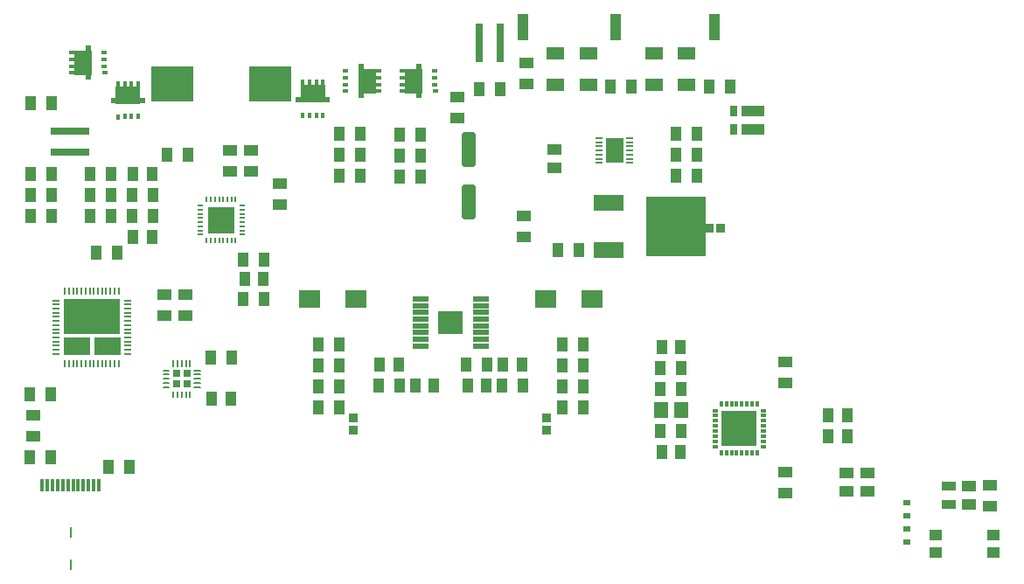
<source format=gtp>
%TF.GenerationSoftware,Altium Limited,CircuitMaker,2.0.2 (2.0.2.40)*%
G04 Layer_Color=7318015*
%FSLAX25Y25*%
%MOIN*%
%TF.SameCoordinates,55457101-24DF-47E6-B24E-7804918367A6*%
%TF.FilePolarity,Positive*%
%TF.FileFunction,Paste,Top*%
%TF.Part,Single*%
G01*
G75*
%TA.AperFunction,SMDPad,CuDef*%
%ADD10R,0.04000X0.05800*%
%ADD11R,0.03937X0.05315*%
G04:AMPARAMS|DCode=12|XSize=59.05mil|YSize=17.72mil|CornerRadius=0.89mil|HoleSize=0mil|Usage=FLASHONLY|Rotation=0.000|XOffset=0mil|YOffset=0mil|HoleType=Round|Shape=RoundedRectangle|*
%AMROUNDEDRECTD12*
21,1,0.05905,0.01595,0,0,0.0*
21,1,0.05728,0.01772,0,0,0.0*
1,1,0.00177,0.02864,-0.00797*
1,1,0.00177,-0.02864,-0.00797*
1,1,0.00177,-0.02864,0.00797*
1,1,0.00177,0.02864,0.00797*
%
%ADD12ROUNDEDRECTD12*%
%ADD13R,0.09685X0.09094*%
%ADD14R,0.07874X0.07087*%
%ADD15R,0.16142X0.13780*%
%ADD16R,0.01968X0.02362*%
%ADD17R,0.06988X0.09646*%
%ADD18R,0.02362X0.01181*%
%ADD19R,0.02362X0.01968*%
%ADD20R,0.09646X0.06988*%
%ADD21R,0.01181X0.02362*%
%ADD22R,0.10236X0.10236*%
%ADD23R,0.02362X0.00886*%
%ADD24R,0.00886X0.02362*%
%ADD25R,0.03937X0.10000*%
%ADD26R,0.06890X0.05118*%
%ADD27R,0.05800X0.04000*%
%ADD28R,0.15000X0.03000*%
G04:AMPARAMS|DCode=29|XSize=132.28mil|YSize=54.33mil|CornerRadius=9.78mil|HoleSize=0mil|Usage=FLASHONLY|Rotation=90.000|XOffset=0mil|YOffset=0mil|HoleType=Round|Shape=RoundedRectangle|*
%AMROUNDEDRECTD29*
21,1,0.13228,0.03477,0,0,90.0*
21,1,0.11272,0.05433,0,0,90.0*
1,1,0.01956,0.01739,0.05636*
1,1,0.01956,0.01739,-0.05636*
1,1,0.01956,-0.01739,-0.05636*
1,1,0.01956,-0.01739,0.05636*
%
%ADD29ROUNDEDRECTD29*%
%ADD30R,0.03000X0.15000*%
%ADD31R,0.05315X0.03937*%
%ADD32R,0.07008X0.09252*%
%ADD33R,0.02756X0.00984*%
%ADD34R,0.22835X0.22835*%
%ADD35R,0.11811X0.06299*%
%ADD36R,0.02362X0.01181*%
%ADD37R,0.13583X0.13583*%
%ADD38R,0.05600X0.03500*%
%ADD39R,0.04724X0.03937*%
%ADD40R,0.03150X0.02362*%
%ADD41R,0.05315X0.06102*%
%ADD42R,0.03543X0.03347*%
%ADD44O,0.03150X0.00787*%
%ADD45O,0.00787X0.03150*%
%ADD46R,0.10039X0.06890*%
%ADD47R,0.00787X0.03150*%
%ADD48R,0.21654X0.13386*%
%TA.AperFunction,ConnectorPad*%
G04:AMPARAMS|DCode=49|XSize=11.81mil|YSize=47.24mil|CornerRadius=0.06mil|HoleSize=0mil|Usage=FLASHONLY|Rotation=0.000|XOffset=0mil|YOffset=0mil|HoleType=Round|Shape=RoundedRectangle|*
%AMROUNDEDRECTD49*
21,1,0.01181,0.04713,0,0,0.0*
21,1,0.01169,0.04724,0,0,0.0*
1,1,0.00012,0.00585,-0.02356*
1,1,0.00012,-0.00585,-0.02356*
1,1,0.00012,-0.00585,0.02356*
1,1,0.00012,0.00585,0.02356*
%
%ADD49ROUNDEDRECTD49*%
%TA.AperFunction,SMDPad,CuDef*%
G04:AMPARAMS|DCode=50|XSize=7.87mil|YSize=39.37mil|CornerRadius=0.04mil|HoleSize=0mil|Usage=FLASHONLY|Rotation=0.000|XOffset=0mil|YOffset=0mil|HoleType=Round|Shape=RoundedRectangle|*
%AMROUNDEDRECTD50*
21,1,0.00787,0.03929,0,0,0.0*
21,1,0.00779,0.03937,0,0,0.0*
1,1,0.00008,0.00390,-0.01965*
1,1,0.00008,-0.00390,-0.01965*
1,1,0.00008,-0.00390,0.01965*
1,1,0.00008,0.00390,0.01965*
%
%ADD50ROUNDEDRECTD50*%
%ADD51R,0.03347X0.03543*%
%ADD52R,0.03000X0.04000*%
%ADD53R,0.09004X0.04000*%
%TA.AperFunction,NonConductor*%
%ADD91C,0.00787*%
%ADD92R,0.02874X0.02874*%
D10*
X279000Y186000D02*
D03*
X271000D02*
D03*
X59000Y136500D02*
D03*
X51000D02*
D03*
X101500Y120000D02*
D03*
X93500D02*
D03*
X101500Y105000D02*
D03*
X93500D02*
D03*
X51000Y144500D02*
D03*
X59000D02*
D03*
X64500Y160000D02*
D03*
X72500D02*
D03*
X12500Y179500D02*
D03*
X20500D02*
D03*
X37500Y122500D02*
D03*
X45500D02*
D03*
X35000Y152500D02*
D03*
X43000D02*
D03*
X35000Y144500D02*
D03*
X43000D02*
D03*
X35000Y136500D02*
D03*
X43000D02*
D03*
X12500Y152500D02*
D03*
X20500D02*
D03*
X12500Y144500D02*
D03*
X20500D02*
D03*
Y136500D02*
D03*
X12500D02*
D03*
X130000Y168000D02*
D03*
X138000D02*
D03*
X161000Y167500D02*
D03*
X153000D02*
D03*
X130000Y160000D02*
D03*
X138000D02*
D03*
X130000Y152000D02*
D03*
X138000D02*
D03*
X161000Y159500D02*
D03*
X153000D02*
D03*
X161000Y151500D02*
D03*
X153000D02*
D03*
X191500Y185000D02*
D03*
X183500D02*
D03*
X241500Y186000D02*
D03*
X233500D02*
D03*
X221500Y123500D02*
D03*
X213500D02*
D03*
X266500Y168000D02*
D03*
X258500D02*
D03*
Y160000D02*
D03*
X266500D02*
D03*
X258500Y152000D02*
D03*
X266500D02*
D03*
X252500Y78500D02*
D03*
X260500D02*
D03*
X252500Y70500D02*
D03*
X260500D02*
D03*
X252500Y54500D02*
D03*
X260500D02*
D03*
X186500Y80000D02*
D03*
X178500D02*
D03*
X223000Y87500D02*
D03*
X215000D02*
D03*
Y79500D02*
D03*
X223000D02*
D03*
X215000Y71500D02*
D03*
X223000D02*
D03*
X215000Y63500D02*
D03*
X223000D02*
D03*
X200000Y72000D02*
D03*
X192000D02*
D03*
X145000D02*
D03*
X153000D02*
D03*
X122000Y87500D02*
D03*
X130000D02*
D03*
X122000Y79500D02*
D03*
X130000D02*
D03*
X122000Y71500D02*
D03*
X130000D02*
D03*
X122000Y63500D02*
D03*
X130000D02*
D03*
X89000Y82500D02*
D03*
X81000D02*
D03*
X42000Y41000D02*
D03*
X50000D02*
D03*
X12000Y68500D02*
D03*
X20000D02*
D03*
Y44500D02*
D03*
X12000D02*
D03*
D11*
X51500Y128500D02*
D03*
X58543D02*
D03*
X101043Y112500D02*
D03*
X93957D02*
D03*
X51457Y152500D02*
D03*
X58543D02*
D03*
X316457Y60500D02*
D03*
X323543D02*
D03*
X316457Y52500D02*
D03*
X323543D02*
D03*
X252957Y86500D02*
D03*
X260043D02*
D03*
X252957Y46500D02*
D03*
X260043D02*
D03*
X192457Y80000D02*
D03*
X199543D02*
D03*
X186043Y72000D02*
D03*
X178957D02*
D03*
X152543Y80000D02*
D03*
X145457D02*
D03*
X158957Y72000D02*
D03*
X166043D02*
D03*
X81457Y67000D02*
D03*
X88543D02*
D03*
D12*
X161083Y104957D02*
D03*
Y102398D02*
D03*
Y99839D02*
D03*
Y97280D02*
D03*
Y94721D02*
D03*
Y92161D02*
D03*
Y89602D02*
D03*
Y87043D02*
D03*
X183917D02*
D03*
Y89602D02*
D03*
Y92161D02*
D03*
Y94721D02*
D03*
Y97280D02*
D03*
Y99839D02*
D03*
Y102398D02*
D03*
Y104957D02*
D03*
D13*
X172500Y96000D02*
D03*
D14*
X118642Y105000D02*
D03*
X136358D02*
D03*
X226358D02*
D03*
X208642D02*
D03*
D15*
X66299Y187000D02*
D03*
X103701D02*
D03*
D16*
X34500Y200512D02*
D03*
Y189488D02*
D03*
X138500Y182488D02*
D03*
Y193512D02*
D03*
X160500Y182488D02*
D03*
Y193512D02*
D03*
D17*
X32295Y195000D02*
D03*
X140705Y188000D02*
D03*
X158295D02*
D03*
D18*
X28000Y191161D02*
D03*
Y193720D02*
D03*
Y196280D02*
D03*
Y198839D02*
D03*
X40500D02*
D03*
Y196280D02*
D03*
Y193720D02*
D03*
X40602Y191161D02*
D03*
X145000Y191839D02*
D03*
Y189279D02*
D03*
Y186721D02*
D03*
Y184161D02*
D03*
X132500D02*
D03*
Y186721D02*
D03*
Y189279D02*
D03*
X132398Y191839D02*
D03*
X166602Y184161D02*
D03*
X166500Y186721D02*
D03*
Y189279D02*
D03*
Y191839D02*
D03*
X154000D02*
D03*
Y189279D02*
D03*
Y186721D02*
D03*
Y184161D02*
D03*
D19*
X55012Y180500D02*
D03*
X43988D02*
D03*
X125512Y181000D02*
D03*
X114488D02*
D03*
D20*
X49500Y182705D02*
D03*
X120000Y183205D02*
D03*
D21*
X45661Y187000D02*
D03*
X48221D02*
D03*
X50779D02*
D03*
X53339D02*
D03*
Y174500D02*
D03*
X50779D02*
D03*
X48221D02*
D03*
X45661Y174398D02*
D03*
X116161Y187500D02*
D03*
X118720D02*
D03*
X121280D02*
D03*
X123839D02*
D03*
Y175000D02*
D03*
X121280D02*
D03*
X118720D02*
D03*
X116161Y174898D02*
D03*
X289390Y46248D02*
D03*
X285453D02*
D03*
X283484D02*
D03*
X281516D02*
D03*
X279547D02*
D03*
X277579D02*
D03*
X275610D02*
D03*
X287421D02*
D03*
Y64752D02*
D03*
X275610D02*
D03*
X277579D02*
D03*
X279547D02*
D03*
X281516D02*
D03*
X283484D02*
D03*
X285453D02*
D03*
X289390D02*
D03*
D22*
X85000Y135000D02*
D03*
D23*
X92874Y129488D02*
D03*
Y131063D02*
D03*
Y132638D02*
D03*
Y134213D02*
D03*
Y135787D02*
D03*
Y137362D02*
D03*
Y138937D02*
D03*
Y140512D02*
D03*
X77126Y129488D02*
D03*
Y131063D02*
D03*
Y132638D02*
D03*
Y134213D02*
D03*
Y135787D02*
D03*
Y137362D02*
D03*
Y138937D02*
D03*
Y140512D02*
D03*
D24*
X90512Y142874D02*
D03*
X88937D02*
D03*
X87362D02*
D03*
X85787D02*
D03*
X84213D02*
D03*
X82638D02*
D03*
X81063D02*
D03*
X79488D02*
D03*
X90512Y127126D02*
D03*
X88937D02*
D03*
X87362D02*
D03*
X85787D02*
D03*
X84213D02*
D03*
X82638D02*
D03*
X81063D02*
D03*
X79488D02*
D03*
D25*
X273000Y208500D02*
D03*
X200000D02*
D03*
X235500D02*
D03*
D26*
X262500Y198504D02*
D03*
Y186496D02*
D03*
X250000Y198504D02*
D03*
Y186496D02*
D03*
X212500Y198504D02*
D03*
Y186496D02*
D03*
X225000Y198504D02*
D03*
Y186496D02*
D03*
D27*
X71500Y98500D02*
D03*
Y106500D02*
D03*
X63500Y98500D02*
D03*
Y106500D02*
D03*
X88500Y161500D02*
D03*
Y153500D02*
D03*
X96500D02*
D03*
Y161500D02*
D03*
X107500Y149000D02*
D03*
Y141000D02*
D03*
X175000Y174000D02*
D03*
Y182000D02*
D03*
X201500Y187000D02*
D03*
Y195000D02*
D03*
X200500Y128500D02*
D03*
Y136500D02*
D03*
X300000Y81000D02*
D03*
Y73000D02*
D03*
X378000Y34000D02*
D03*
Y26000D02*
D03*
X300000Y39000D02*
D03*
Y31000D02*
D03*
X13500Y52500D02*
D03*
Y60500D02*
D03*
D28*
X27500Y161000D02*
D03*
Y169000D02*
D03*
D29*
X179500Y161941D02*
D03*
Y142059D02*
D03*
D30*
X183500Y202500D02*
D03*
X191500D02*
D03*
D31*
X212000Y162043D02*
D03*
Y154957D02*
D03*
X370000Y33543D02*
D03*
Y26457D02*
D03*
X331500Y31457D02*
D03*
Y38543D02*
D03*
X323500Y31457D02*
D03*
Y38543D02*
D03*
D32*
X235000Y161500D02*
D03*
D33*
X229193Y156776D02*
D03*
Y158350D02*
D03*
Y159925D02*
D03*
Y161500D02*
D03*
Y163075D02*
D03*
Y164650D02*
D03*
Y166224D02*
D03*
X240807D02*
D03*
Y164650D02*
D03*
Y163075D02*
D03*
Y161500D02*
D03*
Y159925D02*
D03*
Y158350D02*
D03*
Y156776D02*
D03*
D34*
X258524Y132500D02*
D03*
D35*
X232677Y123484D02*
D03*
Y141516D02*
D03*
D36*
X273248Y48610D02*
D03*
Y52547D02*
D03*
Y50579D02*
D03*
Y56484D02*
D03*
Y54516D02*
D03*
Y60421D02*
D03*
Y58453D02*
D03*
X291752D02*
D03*
Y60421D02*
D03*
Y62390D02*
D03*
Y54516D02*
D03*
Y56484D02*
D03*
Y50579D02*
D03*
Y52547D02*
D03*
Y48610D02*
D03*
X273248Y62390D02*
D03*
D37*
X282500Y55500D02*
D03*
D38*
X362500Y26500D02*
D03*
Y33500D02*
D03*
D39*
X379528Y8071D02*
D03*
Y14764D02*
D03*
X357480D02*
D03*
Y8071D02*
D03*
D40*
X346457Y27362D02*
D03*
Y22244D02*
D03*
Y12244D02*
D03*
Y17362D02*
D03*
D41*
X260339Y62500D02*
D03*
X252661D02*
D03*
D42*
X209000Y55000D02*
D03*
Y59500D02*
D03*
X135500D02*
D03*
Y55000D02*
D03*
D44*
X49409Y83925D02*
D03*
Y85500D02*
D03*
Y87075D02*
D03*
Y88650D02*
D03*
Y90224D02*
D03*
Y91799D02*
D03*
Y93374D02*
D03*
Y94949D02*
D03*
Y96524D02*
D03*
Y98098D02*
D03*
Y99673D02*
D03*
Y101248D02*
D03*
Y102823D02*
D03*
Y104398D02*
D03*
X21929D02*
D03*
Y102823D02*
D03*
Y101248D02*
D03*
Y99673D02*
D03*
Y98098D02*
D03*
Y96524D02*
D03*
Y94949D02*
D03*
Y93374D02*
D03*
Y91799D02*
D03*
Y90224D02*
D03*
Y88650D02*
D03*
Y87075D02*
D03*
Y85500D02*
D03*
Y83925D02*
D03*
D45*
X27008Y80382D02*
D03*
X28583D02*
D03*
X30158D02*
D03*
X31732D02*
D03*
X33307D02*
D03*
X34882D02*
D03*
X36457D02*
D03*
X38032D02*
D03*
X39606D02*
D03*
X41181D02*
D03*
X42756D02*
D03*
X44331D02*
D03*
X45906D02*
D03*
Y107941D02*
D03*
X44331D02*
D03*
X42756D02*
D03*
X41181D02*
D03*
X39606D02*
D03*
X38032D02*
D03*
X36457D02*
D03*
X34882D02*
D03*
X33307D02*
D03*
X31732D02*
D03*
X30158D02*
D03*
X28583D02*
D03*
X27008D02*
D03*
X25433D02*
D03*
D46*
X41575Y86799D02*
D03*
X29961D02*
D03*
D47*
X25433Y80382D02*
D03*
D48*
X35669Y98216D02*
D03*
D49*
X30512Y33779D02*
D03*
X26575D02*
D03*
X28543D02*
D03*
X24606D02*
D03*
X32480D02*
D03*
X34449D02*
D03*
X36417D02*
D03*
X38386D02*
D03*
X22638D02*
D03*
X20669D02*
D03*
X18701D02*
D03*
X16732D02*
D03*
D50*
X27559Y15748D02*
D03*
Y3543D02*
D03*
D51*
X271000Y132000D02*
D03*
X275500D02*
D03*
D52*
X280250Y176500D02*
D03*
Y169500D02*
D03*
D53*
X287750Y176500D02*
D03*
Y169500D02*
D03*
D91*
X70000Y67512D02*
Y69677D01*
X68425Y67512D02*
Y69677D01*
X66850Y67512D02*
Y69677D01*
X71575Y67512D02*
Y69677D01*
X73150Y67512D02*
Y69677D01*
X74823Y77650D02*
X76988D01*
X74823Y76075D02*
X76988D01*
X74823Y71350D02*
X76988D01*
X74823Y72925D02*
X76988D01*
X74823Y74500D02*
X76988D01*
X66850Y79323D02*
Y81488D01*
X68425Y79323D02*
Y81488D01*
X73150Y79323D02*
Y81488D01*
X71575Y79323D02*
Y81488D01*
X70000Y79323D02*
Y81488D01*
X63012Y71350D02*
X65177D01*
X63012Y72925D02*
X65177D01*
X63012Y77650D02*
X65177D01*
X63012Y76075D02*
X65177D01*
X63012Y74500D02*
X65177D01*
D92*
X72027Y76526D02*
D03*
X72027Y72471D02*
D03*
X67972Y72471D02*
D03*
X67972Y76526D02*
D03*
%TF.MD5,5b81bca104b87d6dcbfac2c0dd619891*%
M02*

</source>
